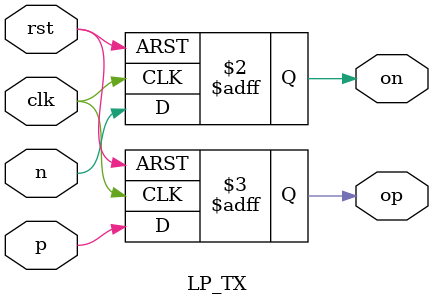
<source format=v>
module LP_TX(
        input wire clk,
        input wire rst,
        input wire n, p,
        output reg on, op
    );

    always @(posedge rst or posedge clk) 
    begin
        if (rst)
        begin
            on <= 0;
            op <= 0;
        end
        else
        begin
            on <= n;
            op <= p ;
        end
    end

endmodule

</source>
